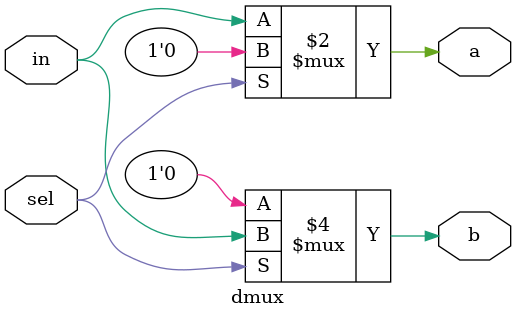
<source format=v>
module dmux(
    input in,
    input sel, 
    output a,
    output b
);

    assign a = (sel == 0) ? in : 1'b0; // Se sel=0, 'a' recebe 'in', senão 'a' é 0
    assign b = (sel == 1) ? in : 1'b0; // Se sel=1, 'b' recebe 'in', senão 'b' é 0
endmodule
</source>
